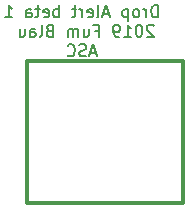
<source format=gbr>
G04 #@! TF.GenerationSoftware,KiCad,Pcbnew,(5.1.0)-1*
G04 #@! TF.CreationDate,2019-06-28T09:21:03+02:00*
G04 #@! TF.ProjectId,Drop,44726f70-2e6b-4696-9361-645f70636258,rev?*
G04 #@! TF.SameCoordinates,Original*
G04 #@! TF.FileFunction,Legend,Bot*
G04 #@! TF.FilePolarity,Positive*
%FSLAX46Y46*%
G04 Gerber Fmt 4.6, Leading zero omitted, Abs format (unit mm)*
G04 Created by KiCad (PCBNEW (5.1.0)-1) date 2019-06-28 09:21:03*
%MOMM*%
%LPD*%
G04 APERTURE LIST*
%ADD10C,0.150000*%
%ADD11C,0.300000*%
G04 APERTURE END LIST*
D10*
X143228571Y-55002380D02*
X143228571Y-54002380D01*
X142990476Y-54002380D01*
X142847619Y-54050000D01*
X142752380Y-54145238D01*
X142704761Y-54240476D01*
X142657142Y-54430952D01*
X142657142Y-54573809D01*
X142704761Y-54764285D01*
X142752380Y-54859523D01*
X142847619Y-54954761D01*
X142990476Y-55002380D01*
X143228571Y-55002380D01*
X142228571Y-55002380D02*
X142228571Y-54335714D01*
X142228571Y-54526190D02*
X142180952Y-54430952D01*
X142133333Y-54383333D01*
X142038095Y-54335714D01*
X141942857Y-54335714D01*
X141466666Y-55002380D02*
X141561904Y-54954761D01*
X141609523Y-54907142D01*
X141657142Y-54811904D01*
X141657142Y-54526190D01*
X141609523Y-54430952D01*
X141561904Y-54383333D01*
X141466666Y-54335714D01*
X141323809Y-54335714D01*
X141228571Y-54383333D01*
X141180952Y-54430952D01*
X141133333Y-54526190D01*
X141133333Y-54811904D01*
X141180952Y-54907142D01*
X141228571Y-54954761D01*
X141323809Y-55002380D01*
X141466666Y-55002380D01*
X140704761Y-54335714D02*
X140704761Y-55335714D01*
X140704761Y-54383333D02*
X140609523Y-54335714D01*
X140419047Y-54335714D01*
X140323809Y-54383333D01*
X140276190Y-54430952D01*
X140228571Y-54526190D01*
X140228571Y-54811904D01*
X140276190Y-54907142D01*
X140323809Y-54954761D01*
X140419047Y-55002380D01*
X140609523Y-55002380D01*
X140704761Y-54954761D01*
X139085714Y-54716666D02*
X138609523Y-54716666D01*
X139180952Y-55002380D02*
X138847619Y-54002380D01*
X138514285Y-55002380D01*
X138038095Y-55002380D02*
X138133333Y-54954761D01*
X138180952Y-54859523D01*
X138180952Y-54002380D01*
X137276190Y-54954761D02*
X137371428Y-55002380D01*
X137561904Y-55002380D01*
X137657142Y-54954761D01*
X137704761Y-54859523D01*
X137704761Y-54478571D01*
X137657142Y-54383333D01*
X137561904Y-54335714D01*
X137371428Y-54335714D01*
X137276190Y-54383333D01*
X137228571Y-54478571D01*
X137228571Y-54573809D01*
X137704761Y-54669047D01*
X136800000Y-55002380D02*
X136800000Y-54335714D01*
X136800000Y-54526190D02*
X136752380Y-54430952D01*
X136704761Y-54383333D01*
X136609523Y-54335714D01*
X136514285Y-54335714D01*
X136323809Y-54335714D02*
X135942857Y-54335714D01*
X136180952Y-54002380D02*
X136180952Y-54859523D01*
X136133333Y-54954761D01*
X136038095Y-55002380D01*
X135942857Y-55002380D01*
X134847619Y-55002380D02*
X134847619Y-54002380D01*
X134847619Y-54383333D02*
X134752380Y-54335714D01*
X134561904Y-54335714D01*
X134466666Y-54383333D01*
X134419047Y-54430952D01*
X134371428Y-54526190D01*
X134371428Y-54811904D01*
X134419047Y-54907142D01*
X134466666Y-54954761D01*
X134561904Y-55002380D01*
X134752380Y-55002380D01*
X134847619Y-54954761D01*
X133561904Y-54954761D02*
X133657142Y-55002380D01*
X133847619Y-55002380D01*
X133942857Y-54954761D01*
X133990476Y-54859523D01*
X133990476Y-54478571D01*
X133942857Y-54383333D01*
X133847619Y-54335714D01*
X133657142Y-54335714D01*
X133561904Y-54383333D01*
X133514285Y-54478571D01*
X133514285Y-54573809D01*
X133990476Y-54669047D01*
X133228571Y-54335714D02*
X132847619Y-54335714D01*
X133085714Y-54002380D02*
X133085714Y-54859523D01*
X133038095Y-54954761D01*
X132942857Y-55002380D01*
X132847619Y-55002380D01*
X132085714Y-55002380D02*
X132085714Y-54478571D01*
X132133333Y-54383333D01*
X132228571Y-54335714D01*
X132419047Y-54335714D01*
X132514285Y-54383333D01*
X132085714Y-54954761D02*
X132180952Y-55002380D01*
X132419047Y-55002380D01*
X132514285Y-54954761D01*
X132561904Y-54859523D01*
X132561904Y-54764285D01*
X132514285Y-54669047D01*
X132419047Y-54621428D01*
X132180952Y-54621428D01*
X132085714Y-54573809D01*
X130323809Y-55002380D02*
X130895238Y-55002380D01*
X130609523Y-55002380D02*
X130609523Y-54002380D01*
X130704761Y-54145238D01*
X130800000Y-54240476D01*
X130895238Y-54288095D01*
X142871428Y-55747619D02*
X142823809Y-55700000D01*
X142728571Y-55652380D01*
X142490476Y-55652380D01*
X142395238Y-55700000D01*
X142347619Y-55747619D01*
X142300000Y-55842857D01*
X142300000Y-55938095D01*
X142347619Y-56080952D01*
X142919047Y-56652380D01*
X142300000Y-56652380D01*
X141680952Y-55652380D02*
X141585714Y-55652380D01*
X141490476Y-55700000D01*
X141442857Y-55747619D01*
X141395238Y-55842857D01*
X141347619Y-56033333D01*
X141347619Y-56271428D01*
X141395238Y-56461904D01*
X141442857Y-56557142D01*
X141490476Y-56604761D01*
X141585714Y-56652380D01*
X141680952Y-56652380D01*
X141776190Y-56604761D01*
X141823809Y-56557142D01*
X141871428Y-56461904D01*
X141919047Y-56271428D01*
X141919047Y-56033333D01*
X141871428Y-55842857D01*
X141823809Y-55747619D01*
X141776190Y-55700000D01*
X141680952Y-55652380D01*
X140395238Y-56652380D02*
X140966666Y-56652380D01*
X140680952Y-56652380D02*
X140680952Y-55652380D01*
X140776190Y-55795238D01*
X140871428Y-55890476D01*
X140966666Y-55938095D01*
X139919047Y-56652380D02*
X139728571Y-56652380D01*
X139633333Y-56604761D01*
X139585714Y-56557142D01*
X139490476Y-56414285D01*
X139442857Y-56223809D01*
X139442857Y-55842857D01*
X139490476Y-55747619D01*
X139538095Y-55700000D01*
X139633333Y-55652380D01*
X139823809Y-55652380D01*
X139919047Y-55700000D01*
X139966666Y-55747619D01*
X140014285Y-55842857D01*
X140014285Y-56080952D01*
X139966666Y-56176190D01*
X139919047Y-56223809D01*
X139823809Y-56271428D01*
X139633333Y-56271428D01*
X139538095Y-56223809D01*
X139490476Y-56176190D01*
X139442857Y-56080952D01*
X137919047Y-56128571D02*
X138252380Y-56128571D01*
X138252380Y-56652380D02*
X138252380Y-55652380D01*
X137776190Y-55652380D01*
X136966666Y-55985714D02*
X136966666Y-56652380D01*
X137395238Y-55985714D02*
X137395238Y-56509523D01*
X137347619Y-56604761D01*
X137252380Y-56652380D01*
X137109523Y-56652380D01*
X137014285Y-56604761D01*
X136966666Y-56557142D01*
X136490476Y-56652380D02*
X136490476Y-55985714D01*
X136490476Y-56080952D02*
X136442857Y-56033333D01*
X136347619Y-55985714D01*
X136204761Y-55985714D01*
X136109523Y-56033333D01*
X136061904Y-56128571D01*
X136061904Y-56652380D01*
X136061904Y-56128571D02*
X136014285Y-56033333D01*
X135919047Y-55985714D01*
X135776190Y-55985714D01*
X135680952Y-56033333D01*
X135633333Y-56128571D01*
X135633333Y-56652380D01*
X134061904Y-56128571D02*
X133919047Y-56176190D01*
X133871428Y-56223809D01*
X133823809Y-56319047D01*
X133823809Y-56461904D01*
X133871428Y-56557142D01*
X133919047Y-56604761D01*
X134014285Y-56652380D01*
X134395238Y-56652380D01*
X134395238Y-55652380D01*
X134061904Y-55652380D01*
X133966666Y-55700000D01*
X133919047Y-55747619D01*
X133871428Y-55842857D01*
X133871428Y-55938095D01*
X133919047Y-56033333D01*
X133966666Y-56080952D01*
X134061904Y-56128571D01*
X134395238Y-56128571D01*
X133252380Y-56652380D02*
X133347619Y-56604761D01*
X133395238Y-56509523D01*
X133395238Y-55652380D01*
X132442857Y-56652380D02*
X132442857Y-56128571D01*
X132490476Y-56033333D01*
X132585714Y-55985714D01*
X132776190Y-55985714D01*
X132871428Y-56033333D01*
X132442857Y-56604761D02*
X132538095Y-56652380D01*
X132776190Y-56652380D01*
X132871428Y-56604761D01*
X132919047Y-56509523D01*
X132919047Y-56414285D01*
X132871428Y-56319047D01*
X132776190Y-56271428D01*
X132538095Y-56271428D01*
X132442857Y-56223809D01*
X131538095Y-55985714D02*
X131538095Y-56652380D01*
X131966666Y-55985714D02*
X131966666Y-56509523D01*
X131919047Y-56604761D01*
X131823809Y-56652380D01*
X131680952Y-56652380D01*
X131585714Y-56604761D01*
X131538095Y-56557142D01*
X138014285Y-58016666D02*
X137538095Y-58016666D01*
X138109523Y-58302380D02*
X137776190Y-57302380D01*
X137442857Y-58302380D01*
X137157142Y-58254761D02*
X137014285Y-58302380D01*
X136776190Y-58302380D01*
X136680952Y-58254761D01*
X136633333Y-58207142D01*
X136585714Y-58111904D01*
X136585714Y-58016666D01*
X136633333Y-57921428D01*
X136680952Y-57873809D01*
X136776190Y-57826190D01*
X136966666Y-57778571D01*
X137061904Y-57730952D01*
X137109523Y-57683333D01*
X137157142Y-57588095D01*
X137157142Y-57492857D01*
X137109523Y-57397619D01*
X137061904Y-57350000D01*
X136966666Y-57302380D01*
X136728571Y-57302380D01*
X136585714Y-57350000D01*
X135585714Y-58207142D02*
X135633333Y-58254761D01*
X135776190Y-58302380D01*
X135871428Y-58302380D01*
X136014285Y-58254761D01*
X136109523Y-58159523D01*
X136157142Y-58064285D01*
X136204761Y-57873809D01*
X136204761Y-57730952D01*
X136157142Y-57540476D01*
X136109523Y-57445238D01*
X136014285Y-57350000D01*
X135871428Y-57302380D01*
X135776190Y-57302380D01*
X135633333Y-57350000D01*
X135585714Y-57397619D01*
D11*
X132150000Y-58750000D02*
X145350000Y-58750000D01*
X145350000Y-70750000D02*
X132150000Y-70750000D01*
X145350000Y-64750000D02*
X145350000Y-70650000D01*
X145350000Y-58850000D02*
X145350000Y-64750000D01*
X132150000Y-58850000D02*
X132150000Y-64750000D01*
X132150000Y-64850000D02*
X132150000Y-70750000D01*
M02*

</source>
